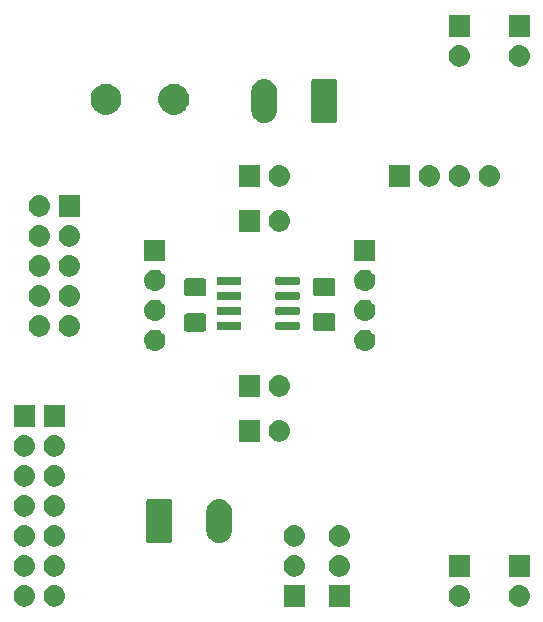
<source format=gbr>
G04 #@! TF.GenerationSoftware,KiCad,Pcbnew,(5.1.4)-1*
G04 #@! TF.CreationDate,2021-05-25T15:00:13+02:00*
G04 #@! TF.ProjectId,BCU_Breadboard_Adapter,4243555f-4272-4656-9164-626f6172645f,V00.01*
G04 #@! TF.SameCoordinates,Original*
G04 #@! TF.FileFunction,Soldermask,Top*
G04 #@! TF.FilePolarity,Negative*
%FSLAX46Y46*%
G04 Gerber Fmt 4.6, Leading zero omitted, Abs format (unit mm)*
G04 Created by KiCad (PCBNEW (5.1.4)-1) date 2021-05-25 15:00:13*
%MOMM*%
%LPD*%
G04 APERTURE LIST*
%ADD10C,0.100000*%
G04 APERTURE END LIST*
D10*
G36*
X120760443Y-128645519D02*
G01*
X120826627Y-128652037D01*
X120996466Y-128703557D01*
X121152991Y-128787222D01*
X121188729Y-128816552D01*
X121290186Y-128899814D01*
X121373448Y-129001271D01*
X121402778Y-129037009D01*
X121486443Y-129193534D01*
X121537963Y-129363373D01*
X121555359Y-129540000D01*
X121537963Y-129716627D01*
X121486443Y-129886466D01*
X121402778Y-130042991D01*
X121373448Y-130078729D01*
X121290186Y-130180186D01*
X121188729Y-130263448D01*
X121152991Y-130292778D01*
X120996466Y-130376443D01*
X120826627Y-130427963D01*
X120760443Y-130434481D01*
X120694260Y-130441000D01*
X120605740Y-130441000D01*
X120539557Y-130434481D01*
X120473373Y-130427963D01*
X120303534Y-130376443D01*
X120147009Y-130292778D01*
X120111271Y-130263448D01*
X120009814Y-130180186D01*
X119926552Y-130078729D01*
X119897222Y-130042991D01*
X119813557Y-129886466D01*
X119762037Y-129716627D01*
X119744641Y-129540000D01*
X119762037Y-129363373D01*
X119813557Y-129193534D01*
X119897222Y-129037009D01*
X119926552Y-129001271D01*
X120009814Y-128899814D01*
X120111271Y-128816552D01*
X120147009Y-128787222D01*
X120303534Y-128703557D01*
X120473373Y-128652037D01*
X120539557Y-128645519D01*
X120605740Y-128639000D01*
X120694260Y-128639000D01*
X120760443Y-128645519D01*
X120760443Y-128645519D01*
G37*
G36*
X162670443Y-128645519D02*
G01*
X162736627Y-128652037D01*
X162906466Y-128703557D01*
X163062991Y-128787222D01*
X163098729Y-128816552D01*
X163200186Y-128899814D01*
X163283448Y-129001271D01*
X163312778Y-129037009D01*
X163396443Y-129193534D01*
X163447963Y-129363373D01*
X163465359Y-129540000D01*
X163447963Y-129716627D01*
X163396443Y-129886466D01*
X163312778Y-130042991D01*
X163283448Y-130078729D01*
X163200186Y-130180186D01*
X163098729Y-130263448D01*
X163062991Y-130292778D01*
X162906466Y-130376443D01*
X162736627Y-130427963D01*
X162670443Y-130434481D01*
X162604260Y-130441000D01*
X162515740Y-130441000D01*
X162449557Y-130434481D01*
X162383373Y-130427963D01*
X162213534Y-130376443D01*
X162057009Y-130292778D01*
X162021271Y-130263448D01*
X161919814Y-130180186D01*
X161836552Y-130078729D01*
X161807222Y-130042991D01*
X161723557Y-129886466D01*
X161672037Y-129716627D01*
X161654641Y-129540000D01*
X161672037Y-129363373D01*
X161723557Y-129193534D01*
X161807222Y-129037009D01*
X161836552Y-129001271D01*
X161919814Y-128899814D01*
X162021271Y-128816552D01*
X162057009Y-128787222D01*
X162213534Y-128703557D01*
X162383373Y-128652037D01*
X162449557Y-128645519D01*
X162515740Y-128639000D01*
X162604260Y-128639000D01*
X162670443Y-128645519D01*
X162670443Y-128645519D01*
G37*
G36*
X123300443Y-128645519D02*
G01*
X123366627Y-128652037D01*
X123536466Y-128703557D01*
X123692991Y-128787222D01*
X123728729Y-128816552D01*
X123830186Y-128899814D01*
X123913448Y-129001271D01*
X123942778Y-129037009D01*
X124026443Y-129193534D01*
X124077963Y-129363373D01*
X124095359Y-129540000D01*
X124077963Y-129716627D01*
X124026443Y-129886466D01*
X123942778Y-130042991D01*
X123913448Y-130078729D01*
X123830186Y-130180186D01*
X123728729Y-130263448D01*
X123692991Y-130292778D01*
X123536466Y-130376443D01*
X123366627Y-130427963D01*
X123300443Y-130434481D01*
X123234260Y-130441000D01*
X123145740Y-130441000D01*
X123079557Y-130434481D01*
X123013373Y-130427963D01*
X122843534Y-130376443D01*
X122687009Y-130292778D01*
X122651271Y-130263448D01*
X122549814Y-130180186D01*
X122466552Y-130078729D01*
X122437222Y-130042991D01*
X122353557Y-129886466D01*
X122302037Y-129716627D01*
X122284641Y-129540000D01*
X122302037Y-129363373D01*
X122353557Y-129193534D01*
X122437222Y-129037009D01*
X122466552Y-129001271D01*
X122549814Y-128899814D01*
X122651271Y-128816552D01*
X122687009Y-128787222D01*
X122843534Y-128703557D01*
X123013373Y-128652037D01*
X123079557Y-128645519D01*
X123145740Y-128639000D01*
X123234260Y-128639000D01*
X123300443Y-128645519D01*
X123300443Y-128645519D01*
G37*
G36*
X157590443Y-128645519D02*
G01*
X157656627Y-128652037D01*
X157826466Y-128703557D01*
X157982991Y-128787222D01*
X158018729Y-128816552D01*
X158120186Y-128899814D01*
X158203448Y-129001271D01*
X158232778Y-129037009D01*
X158316443Y-129193534D01*
X158367963Y-129363373D01*
X158385359Y-129540000D01*
X158367963Y-129716627D01*
X158316443Y-129886466D01*
X158232778Y-130042991D01*
X158203448Y-130078729D01*
X158120186Y-130180186D01*
X158018729Y-130263448D01*
X157982991Y-130292778D01*
X157826466Y-130376443D01*
X157656627Y-130427963D01*
X157590443Y-130434481D01*
X157524260Y-130441000D01*
X157435740Y-130441000D01*
X157369557Y-130434481D01*
X157303373Y-130427963D01*
X157133534Y-130376443D01*
X156977009Y-130292778D01*
X156941271Y-130263448D01*
X156839814Y-130180186D01*
X156756552Y-130078729D01*
X156727222Y-130042991D01*
X156643557Y-129886466D01*
X156592037Y-129716627D01*
X156574641Y-129540000D01*
X156592037Y-129363373D01*
X156643557Y-129193534D01*
X156727222Y-129037009D01*
X156756552Y-129001271D01*
X156839814Y-128899814D01*
X156941271Y-128816552D01*
X156977009Y-128787222D01*
X157133534Y-128703557D01*
X157303373Y-128652037D01*
X157369557Y-128645519D01*
X157435740Y-128639000D01*
X157524260Y-128639000D01*
X157590443Y-128645519D01*
X157590443Y-128645519D01*
G37*
G36*
X144411000Y-130441000D02*
G01*
X142609000Y-130441000D01*
X142609000Y-128639000D01*
X144411000Y-128639000D01*
X144411000Y-130441000D01*
X144411000Y-130441000D01*
G37*
G36*
X148221000Y-130441000D02*
G01*
X146419000Y-130441000D01*
X146419000Y-128639000D01*
X148221000Y-128639000D01*
X148221000Y-130441000D01*
X148221000Y-130441000D01*
G37*
G36*
X147430443Y-126105519D02*
G01*
X147496627Y-126112037D01*
X147666466Y-126163557D01*
X147822991Y-126247222D01*
X147858729Y-126276552D01*
X147960186Y-126359814D01*
X148043448Y-126461271D01*
X148072778Y-126497009D01*
X148156443Y-126653534D01*
X148207963Y-126823373D01*
X148225359Y-127000000D01*
X148207963Y-127176627D01*
X148156443Y-127346466D01*
X148072778Y-127502991D01*
X148043448Y-127538729D01*
X147960186Y-127640186D01*
X147858729Y-127723448D01*
X147822991Y-127752778D01*
X147666466Y-127836443D01*
X147496627Y-127887963D01*
X147430442Y-127894482D01*
X147364260Y-127901000D01*
X147275740Y-127901000D01*
X147209558Y-127894482D01*
X147143373Y-127887963D01*
X146973534Y-127836443D01*
X146817009Y-127752778D01*
X146781271Y-127723448D01*
X146679814Y-127640186D01*
X146596552Y-127538729D01*
X146567222Y-127502991D01*
X146483557Y-127346466D01*
X146432037Y-127176627D01*
X146414641Y-127000000D01*
X146432037Y-126823373D01*
X146483557Y-126653534D01*
X146567222Y-126497009D01*
X146596552Y-126461271D01*
X146679814Y-126359814D01*
X146781271Y-126276552D01*
X146817009Y-126247222D01*
X146973534Y-126163557D01*
X147143373Y-126112037D01*
X147209557Y-126105519D01*
X147275740Y-126099000D01*
X147364260Y-126099000D01*
X147430443Y-126105519D01*
X147430443Y-126105519D01*
G37*
G36*
X163461000Y-127901000D02*
G01*
X161659000Y-127901000D01*
X161659000Y-126099000D01*
X163461000Y-126099000D01*
X163461000Y-127901000D01*
X163461000Y-127901000D01*
G37*
G36*
X120760443Y-126105519D02*
G01*
X120826627Y-126112037D01*
X120996466Y-126163557D01*
X121152991Y-126247222D01*
X121188729Y-126276552D01*
X121290186Y-126359814D01*
X121373448Y-126461271D01*
X121402778Y-126497009D01*
X121486443Y-126653534D01*
X121537963Y-126823373D01*
X121555359Y-127000000D01*
X121537963Y-127176627D01*
X121486443Y-127346466D01*
X121402778Y-127502991D01*
X121373448Y-127538729D01*
X121290186Y-127640186D01*
X121188729Y-127723448D01*
X121152991Y-127752778D01*
X120996466Y-127836443D01*
X120826627Y-127887963D01*
X120760442Y-127894482D01*
X120694260Y-127901000D01*
X120605740Y-127901000D01*
X120539558Y-127894482D01*
X120473373Y-127887963D01*
X120303534Y-127836443D01*
X120147009Y-127752778D01*
X120111271Y-127723448D01*
X120009814Y-127640186D01*
X119926552Y-127538729D01*
X119897222Y-127502991D01*
X119813557Y-127346466D01*
X119762037Y-127176627D01*
X119744641Y-127000000D01*
X119762037Y-126823373D01*
X119813557Y-126653534D01*
X119897222Y-126497009D01*
X119926552Y-126461271D01*
X120009814Y-126359814D01*
X120111271Y-126276552D01*
X120147009Y-126247222D01*
X120303534Y-126163557D01*
X120473373Y-126112037D01*
X120539557Y-126105519D01*
X120605740Y-126099000D01*
X120694260Y-126099000D01*
X120760443Y-126105519D01*
X120760443Y-126105519D01*
G37*
G36*
X143620443Y-126105519D02*
G01*
X143686627Y-126112037D01*
X143856466Y-126163557D01*
X144012991Y-126247222D01*
X144048729Y-126276552D01*
X144150186Y-126359814D01*
X144233448Y-126461271D01*
X144262778Y-126497009D01*
X144346443Y-126653534D01*
X144397963Y-126823373D01*
X144415359Y-127000000D01*
X144397963Y-127176627D01*
X144346443Y-127346466D01*
X144262778Y-127502991D01*
X144233448Y-127538729D01*
X144150186Y-127640186D01*
X144048729Y-127723448D01*
X144012991Y-127752778D01*
X143856466Y-127836443D01*
X143686627Y-127887963D01*
X143620442Y-127894482D01*
X143554260Y-127901000D01*
X143465740Y-127901000D01*
X143399558Y-127894482D01*
X143333373Y-127887963D01*
X143163534Y-127836443D01*
X143007009Y-127752778D01*
X142971271Y-127723448D01*
X142869814Y-127640186D01*
X142786552Y-127538729D01*
X142757222Y-127502991D01*
X142673557Y-127346466D01*
X142622037Y-127176627D01*
X142604641Y-127000000D01*
X142622037Y-126823373D01*
X142673557Y-126653534D01*
X142757222Y-126497009D01*
X142786552Y-126461271D01*
X142869814Y-126359814D01*
X142971271Y-126276552D01*
X143007009Y-126247222D01*
X143163534Y-126163557D01*
X143333373Y-126112037D01*
X143399557Y-126105519D01*
X143465740Y-126099000D01*
X143554260Y-126099000D01*
X143620443Y-126105519D01*
X143620443Y-126105519D01*
G37*
G36*
X158381000Y-127901000D02*
G01*
X156579000Y-127901000D01*
X156579000Y-126099000D01*
X158381000Y-126099000D01*
X158381000Y-127901000D01*
X158381000Y-127901000D01*
G37*
G36*
X123300443Y-126105519D02*
G01*
X123366627Y-126112037D01*
X123536466Y-126163557D01*
X123692991Y-126247222D01*
X123728729Y-126276552D01*
X123830186Y-126359814D01*
X123913448Y-126461271D01*
X123942778Y-126497009D01*
X124026443Y-126653534D01*
X124077963Y-126823373D01*
X124095359Y-127000000D01*
X124077963Y-127176627D01*
X124026443Y-127346466D01*
X123942778Y-127502991D01*
X123913448Y-127538729D01*
X123830186Y-127640186D01*
X123728729Y-127723448D01*
X123692991Y-127752778D01*
X123536466Y-127836443D01*
X123366627Y-127887963D01*
X123300442Y-127894482D01*
X123234260Y-127901000D01*
X123145740Y-127901000D01*
X123079558Y-127894482D01*
X123013373Y-127887963D01*
X122843534Y-127836443D01*
X122687009Y-127752778D01*
X122651271Y-127723448D01*
X122549814Y-127640186D01*
X122466552Y-127538729D01*
X122437222Y-127502991D01*
X122353557Y-127346466D01*
X122302037Y-127176627D01*
X122284641Y-127000000D01*
X122302037Y-126823373D01*
X122353557Y-126653534D01*
X122437222Y-126497009D01*
X122466552Y-126461271D01*
X122549814Y-126359814D01*
X122651271Y-126276552D01*
X122687009Y-126247222D01*
X122843534Y-126163557D01*
X123013373Y-126112037D01*
X123079557Y-126105519D01*
X123145740Y-126099000D01*
X123234260Y-126099000D01*
X123300443Y-126105519D01*
X123300443Y-126105519D01*
G37*
G36*
X120760442Y-123565518D02*
G01*
X120826627Y-123572037D01*
X120996466Y-123623557D01*
X121152991Y-123707222D01*
X121188729Y-123736552D01*
X121290186Y-123819814D01*
X121373448Y-123921271D01*
X121402778Y-123957009D01*
X121486443Y-124113534D01*
X121537963Y-124283373D01*
X121555359Y-124460000D01*
X121537963Y-124636627D01*
X121486443Y-124806466D01*
X121402778Y-124962991D01*
X121379324Y-124991570D01*
X121290186Y-125100186D01*
X121188729Y-125183448D01*
X121152991Y-125212778D01*
X120996466Y-125296443D01*
X120826627Y-125347963D01*
X120760442Y-125354482D01*
X120694260Y-125361000D01*
X120605740Y-125361000D01*
X120539558Y-125354482D01*
X120473373Y-125347963D01*
X120303534Y-125296443D01*
X120147009Y-125212778D01*
X120111271Y-125183448D01*
X120009814Y-125100186D01*
X119920676Y-124991570D01*
X119897222Y-124962991D01*
X119813557Y-124806466D01*
X119762037Y-124636627D01*
X119744641Y-124460000D01*
X119762037Y-124283373D01*
X119813557Y-124113534D01*
X119897222Y-123957009D01*
X119926552Y-123921271D01*
X120009814Y-123819814D01*
X120111271Y-123736552D01*
X120147009Y-123707222D01*
X120303534Y-123623557D01*
X120473373Y-123572037D01*
X120539558Y-123565518D01*
X120605740Y-123559000D01*
X120694260Y-123559000D01*
X120760442Y-123565518D01*
X120760442Y-123565518D01*
G37*
G36*
X143620442Y-123565518D02*
G01*
X143686627Y-123572037D01*
X143856466Y-123623557D01*
X144012991Y-123707222D01*
X144048729Y-123736552D01*
X144150186Y-123819814D01*
X144233448Y-123921271D01*
X144262778Y-123957009D01*
X144346443Y-124113534D01*
X144397963Y-124283373D01*
X144415359Y-124460000D01*
X144397963Y-124636627D01*
X144346443Y-124806466D01*
X144262778Y-124962991D01*
X144239324Y-124991570D01*
X144150186Y-125100186D01*
X144048729Y-125183448D01*
X144012991Y-125212778D01*
X143856466Y-125296443D01*
X143686627Y-125347963D01*
X143620442Y-125354482D01*
X143554260Y-125361000D01*
X143465740Y-125361000D01*
X143399558Y-125354482D01*
X143333373Y-125347963D01*
X143163534Y-125296443D01*
X143007009Y-125212778D01*
X142971271Y-125183448D01*
X142869814Y-125100186D01*
X142780676Y-124991570D01*
X142757222Y-124962991D01*
X142673557Y-124806466D01*
X142622037Y-124636627D01*
X142604641Y-124460000D01*
X142622037Y-124283373D01*
X142673557Y-124113534D01*
X142757222Y-123957009D01*
X142786552Y-123921271D01*
X142869814Y-123819814D01*
X142971271Y-123736552D01*
X143007009Y-123707222D01*
X143163534Y-123623557D01*
X143333373Y-123572037D01*
X143399558Y-123565518D01*
X143465740Y-123559000D01*
X143554260Y-123559000D01*
X143620442Y-123565518D01*
X143620442Y-123565518D01*
G37*
G36*
X147430442Y-123565518D02*
G01*
X147496627Y-123572037D01*
X147666466Y-123623557D01*
X147822991Y-123707222D01*
X147858729Y-123736552D01*
X147960186Y-123819814D01*
X148043448Y-123921271D01*
X148072778Y-123957009D01*
X148156443Y-124113534D01*
X148207963Y-124283373D01*
X148225359Y-124460000D01*
X148207963Y-124636627D01*
X148156443Y-124806466D01*
X148072778Y-124962991D01*
X148049324Y-124991570D01*
X147960186Y-125100186D01*
X147858729Y-125183448D01*
X147822991Y-125212778D01*
X147666466Y-125296443D01*
X147496627Y-125347963D01*
X147430442Y-125354482D01*
X147364260Y-125361000D01*
X147275740Y-125361000D01*
X147209558Y-125354482D01*
X147143373Y-125347963D01*
X146973534Y-125296443D01*
X146817009Y-125212778D01*
X146781271Y-125183448D01*
X146679814Y-125100186D01*
X146590676Y-124991570D01*
X146567222Y-124962991D01*
X146483557Y-124806466D01*
X146432037Y-124636627D01*
X146414641Y-124460000D01*
X146432037Y-124283373D01*
X146483557Y-124113534D01*
X146567222Y-123957009D01*
X146596552Y-123921271D01*
X146679814Y-123819814D01*
X146781271Y-123736552D01*
X146817009Y-123707222D01*
X146973534Y-123623557D01*
X147143373Y-123572037D01*
X147209558Y-123565518D01*
X147275740Y-123559000D01*
X147364260Y-123559000D01*
X147430442Y-123565518D01*
X147430442Y-123565518D01*
G37*
G36*
X123300442Y-123565518D02*
G01*
X123366627Y-123572037D01*
X123536466Y-123623557D01*
X123692991Y-123707222D01*
X123728729Y-123736552D01*
X123830186Y-123819814D01*
X123913448Y-123921271D01*
X123942778Y-123957009D01*
X124026443Y-124113534D01*
X124077963Y-124283373D01*
X124095359Y-124460000D01*
X124077963Y-124636627D01*
X124026443Y-124806466D01*
X123942778Y-124962991D01*
X123919324Y-124991570D01*
X123830186Y-125100186D01*
X123728729Y-125183448D01*
X123692991Y-125212778D01*
X123536466Y-125296443D01*
X123366627Y-125347963D01*
X123300442Y-125354482D01*
X123234260Y-125361000D01*
X123145740Y-125361000D01*
X123079558Y-125354482D01*
X123013373Y-125347963D01*
X122843534Y-125296443D01*
X122687009Y-125212778D01*
X122651271Y-125183448D01*
X122549814Y-125100186D01*
X122460676Y-124991570D01*
X122437222Y-124962991D01*
X122353557Y-124806466D01*
X122302037Y-124636627D01*
X122284641Y-124460000D01*
X122302037Y-124283373D01*
X122353557Y-124113534D01*
X122437222Y-123957009D01*
X122466552Y-123921271D01*
X122549814Y-123819814D01*
X122651271Y-123736552D01*
X122687009Y-123707222D01*
X122843534Y-123623557D01*
X123013373Y-123572037D01*
X123079558Y-123565518D01*
X123145740Y-123559000D01*
X123234260Y-123559000D01*
X123300442Y-123565518D01*
X123300442Y-123565518D01*
G37*
G36*
X137373870Y-121354786D02*
G01*
X137484779Y-121388430D01*
X137578999Y-121417011D01*
X137579529Y-121417172D01*
X137736165Y-121500896D01*
X137769059Y-121518478D01*
X137935186Y-121654814D01*
X138071522Y-121820941D01*
X138071525Y-121820945D01*
X138172828Y-122010470D01*
X138235214Y-122216129D01*
X138251000Y-122376409D01*
X138251000Y-124003591D01*
X138235214Y-124163871D01*
X138172828Y-124369530D01*
X138071525Y-124559055D01*
X138071523Y-124559058D01*
X138071522Y-124559059D01*
X137935186Y-124725186D01*
X137807583Y-124829906D01*
X137769055Y-124861525D01*
X137579530Y-124962828D01*
X137579527Y-124962829D01*
X137568058Y-124966308D01*
X137373871Y-125025214D01*
X137160000Y-125046278D01*
X136946130Y-125025214D01*
X136751943Y-124966308D01*
X136740474Y-124962829D01*
X136740471Y-124962828D01*
X136550946Y-124861525D01*
X136512418Y-124829906D01*
X136384815Y-124725186D01*
X136248479Y-124559059D01*
X136248478Y-124559058D01*
X136248476Y-124559055D01*
X136147171Y-124369527D01*
X136084786Y-124163874D01*
X136069000Y-124003591D01*
X136069000Y-122376410D01*
X136084786Y-122216130D01*
X136147172Y-122010471D01*
X136248477Y-121820943D01*
X136248478Y-121820941D01*
X136384814Y-121654814D01*
X136550941Y-121518478D01*
X136550942Y-121518477D01*
X136550945Y-121518475D01*
X136740470Y-121417172D01*
X136741001Y-121417011D01*
X136835220Y-121388430D01*
X136946129Y-121354786D01*
X137160000Y-121333722D01*
X137373870Y-121354786D01*
X137373870Y-121354786D01*
G37*
G36*
X133036217Y-121342808D02*
G01*
X133067489Y-121352294D01*
X133096308Y-121367698D01*
X133121570Y-121388430D01*
X133142302Y-121413692D01*
X133157706Y-121442511D01*
X133167192Y-121473783D01*
X133171000Y-121512448D01*
X133171000Y-124867552D01*
X133167192Y-124906217D01*
X133157706Y-124937489D01*
X133142302Y-124966308D01*
X133121570Y-124991570D01*
X133096308Y-125012302D01*
X133067489Y-125027706D01*
X133036217Y-125037192D01*
X132997552Y-125041000D01*
X131162448Y-125041000D01*
X131123783Y-125037192D01*
X131092511Y-125027706D01*
X131063692Y-125012302D01*
X131038430Y-124991570D01*
X131017698Y-124966308D01*
X131002294Y-124937489D01*
X130992808Y-124906217D01*
X130989000Y-124867552D01*
X130989000Y-121512448D01*
X130992808Y-121473783D01*
X131002294Y-121442511D01*
X131017698Y-121413692D01*
X131038430Y-121388430D01*
X131063692Y-121367698D01*
X131092511Y-121352294D01*
X131123783Y-121342808D01*
X131162448Y-121339000D01*
X132997552Y-121339000D01*
X133036217Y-121342808D01*
X133036217Y-121342808D01*
G37*
G36*
X123300442Y-121025518D02*
G01*
X123366627Y-121032037D01*
X123536466Y-121083557D01*
X123692991Y-121167222D01*
X123728729Y-121196552D01*
X123830186Y-121279814D01*
X123895141Y-121358963D01*
X123942778Y-121417009D01*
X124026443Y-121573534D01*
X124077963Y-121743373D01*
X124095359Y-121920000D01*
X124077963Y-122096627D01*
X124026443Y-122266466D01*
X123942778Y-122422991D01*
X123913448Y-122458729D01*
X123830186Y-122560186D01*
X123728729Y-122643448D01*
X123692991Y-122672778D01*
X123536466Y-122756443D01*
X123366627Y-122807963D01*
X123300443Y-122814481D01*
X123234260Y-122821000D01*
X123145740Y-122821000D01*
X123079557Y-122814481D01*
X123013373Y-122807963D01*
X122843534Y-122756443D01*
X122687009Y-122672778D01*
X122651271Y-122643448D01*
X122549814Y-122560186D01*
X122466552Y-122458729D01*
X122437222Y-122422991D01*
X122353557Y-122266466D01*
X122302037Y-122096627D01*
X122284641Y-121920000D01*
X122302037Y-121743373D01*
X122353557Y-121573534D01*
X122437222Y-121417009D01*
X122484859Y-121358963D01*
X122549814Y-121279814D01*
X122651271Y-121196552D01*
X122687009Y-121167222D01*
X122843534Y-121083557D01*
X123013373Y-121032037D01*
X123079558Y-121025518D01*
X123145740Y-121019000D01*
X123234260Y-121019000D01*
X123300442Y-121025518D01*
X123300442Y-121025518D01*
G37*
G36*
X120760442Y-121025518D02*
G01*
X120826627Y-121032037D01*
X120996466Y-121083557D01*
X121152991Y-121167222D01*
X121188729Y-121196552D01*
X121290186Y-121279814D01*
X121355141Y-121358963D01*
X121402778Y-121417009D01*
X121486443Y-121573534D01*
X121537963Y-121743373D01*
X121555359Y-121920000D01*
X121537963Y-122096627D01*
X121486443Y-122266466D01*
X121402778Y-122422991D01*
X121373448Y-122458729D01*
X121290186Y-122560186D01*
X121188729Y-122643448D01*
X121152991Y-122672778D01*
X120996466Y-122756443D01*
X120826627Y-122807963D01*
X120760443Y-122814481D01*
X120694260Y-122821000D01*
X120605740Y-122821000D01*
X120539557Y-122814481D01*
X120473373Y-122807963D01*
X120303534Y-122756443D01*
X120147009Y-122672778D01*
X120111271Y-122643448D01*
X120009814Y-122560186D01*
X119926552Y-122458729D01*
X119897222Y-122422991D01*
X119813557Y-122266466D01*
X119762037Y-122096627D01*
X119744641Y-121920000D01*
X119762037Y-121743373D01*
X119813557Y-121573534D01*
X119897222Y-121417009D01*
X119944859Y-121358963D01*
X120009814Y-121279814D01*
X120111271Y-121196552D01*
X120147009Y-121167222D01*
X120303534Y-121083557D01*
X120473373Y-121032037D01*
X120539558Y-121025518D01*
X120605740Y-121019000D01*
X120694260Y-121019000D01*
X120760442Y-121025518D01*
X120760442Y-121025518D01*
G37*
G36*
X123300442Y-118485518D02*
G01*
X123366627Y-118492037D01*
X123536466Y-118543557D01*
X123692991Y-118627222D01*
X123728729Y-118656552D01*
X123830186Y-118739814D01*
X123913448Y-118841271D01*
X123942778Y-118877009D01*
X124026443Y-119033534D01*
X124077963Y-119203373D01*
X124095359Y-119380000D01*
X124077963Y-119556627D01*
X124026443Y-119726466D01*
X123942778Y-119882991D01*
X123913448Y-119918729D01*
X123830186Y-120020186D01*
X123728729Y-120103448D01*
X123692991Y-120132778D01*
X123536466Y-120216443D01*
X123366627Y-120267963D01*
X123300442Y-120274482D01*
X123234260Y-120281000D01*
X123145740Y-120281000D01*
X123079558Y-120274482D01*
X123013373Y-120267963D01*
X122843534Y-120216443D01*
X122687009Y-120132778D01*
X122651271Y-120103448D01*
X122549814Y-120020186D01*
X122466552Y-119918729D01*
X122437222Y-119882991D01*
X122353557Y-119726466D01*
X122302037Y-119556627D01*
X122284641Y-119380000D01*
X122302037Y-119203373D01*
X122353557Y-119033534D01*
X122437222Y-118877009D01*
X122466552Y-118841271D01*
X122549814Y-118739814D01*
X122651271Y-118656552D01*
X122687009Y-118627222D01*
X122843534Y-118543557D01*
X123013373Y-118492037D01*
X123079558Y-118485518D01*
X123145740Y-118479000D01*
X123234260Y-118479000D01*
X123300442Y-118485518D01*
X123300442Y-118485518D01*
G37*
G36*
X120760442Y-118485518D02*
G01*
X120826627Y-118492037D01*
X120996466Y-118543557D01*
X121152991Y-118627222D01*
X121188729Y-118656552D01*
X121290186Y-118739814D01*
X121373448Y-118841271D01*
X121402778Y-118877009D01*
X121486443Y-119033534D01*
X121537963Y-119203373D01*
X121555359Y-119380000D01*
X121537963Y-119556627D01*
X121486443Y-119726466D01*
X121402778Y-119882991D01*
X121373448Y-119918729D01*
X121290186Y-120020186D01*
X121188729Y-120103448D01*
X121152991Y-120132778D01*
X120996466Y-120216443D01*
X120826627Y-120267963D01*
X120760442Y-120274482D01*
X120694260Y-120281000D01*
X120605740Y-120281000D01*
X120539558Y-120274482D01*
X120473373Y-120267963D01*
X120303534Y-120216443D01*
X120147009Y-120132778D01*
X120111271Y-120103448D01*
X120009814Y-120020186D01*
X119926552Y-119918729D01*
X119897222Y-119882991D01*
X119813557Y-119726466D01*
X119762037Y-119556627D01*
X119744641Y-119380000D01*
X119762037Y-119203373D01*
X119813557Y-119033534D01*
X119897222Y-118877009D01*
X119926552Y-118841271D01*
X120009814Y-118739814D01*
X120111271Y-118656552D01*
X120147009Y-118627222D01*
X120303534Y-118543557D01*
X120473373Y-118492037D01*
X120539558Y-118485518D01*
X120605740Y-118479000D01*
X120694260Y-118479000D01*
X120760442Y-118485518D01*
X120760442Y-118485518D01*
G37*
G36*
X123300442Y-115945518D02*
G01*
X123366627Y-115952037D01*
X123536466Y-116003557D01*
X123692991Y-116087222D01*
X123728729Y-116116552D01*
X123830186Y-116199814D01*
X123913448Y-116301271D01*
X123942778Y-116337009D01*
X124026443Y-116493534D01*
X124077963Y-116663373D01*
X124095359Y-116840000D01*
X124077963Y-117016627D01*
X124026443Y-117186466D01*
X123942778Y-117342991D01*
X123913448Y-117378729D01*
X123830186Y-117480186D01*
X123728729Y-117563448D01*
X123692991Y-117592778D01*
X123536466Y-117676443D01*
X123366627Y-117727963D01*
X123300442Y-117734482D01*
X123234260Y-117741000D01*
X123145740Y-117741000D01*
X123079558Y-117734482D01*
X123013373Y-117727963D01*
X122843534Y-117676443D01*
X122687009Y-117592778D01*
X122651271Y-117563448D01*
X122549814Y-117480186D01*
X122466552Y-117378729D01*
X122437222Y-117342991D01*
X122353557Y-117186466D01*
X122302037Y-117016627D01*
X122284641Y-116840000D01*
X122302037Y-116663373D01*
X122353557Y-116493534D01*
X122437222Y-116337009D01*
X122466552Y-116301271D01*
X122549814Y-116199814D01*
X122651271Y-116116552D01*
X122687009Y-116087222D01*
X122843534Y-116003557D01*
X123013373Y-115952037D01*
X123079558Y-115945518D01*
X123145740Y-115939000D01*
X123234260Y-115939000D01*
X123300442Y-115945518D01*
X123300442Y-115945518D01*
G37*
G36*
X120760442Y-115945518D02*
G01*
X120826627Y-115952037D01*
X120996466Y-116003557D01*
X121152991Y-116087222D01*
X121188729Y-116116552D01*
X121290186Y-116199814D01*
X121373448Y-116301271D01*
X121402778Y-116337009D01*
X121486443Y-116493534D01*
X121537963Y-116663373D01*
X121555359Y-116840000D01*
X121537963Y-117016627D01*
X121486443Y-117186466D01*
X121402778Y-117342991D01*
X121373448Y-117378729D01*
X121290186Y-117480186D01*
X121188729Y-117563448D01*
X121152991Y-117592778D01*
X120996466Y-117676443D01*
X120826627Y-117727963D01*
X120760442Y-117734482D01*
X120694260Y-117741000D01*
X120605740Y-117741000D01*
X120539558Y-117734482D01*
X120473373Y-117727963D01*
X120303534Y-117676443D01*
X120147009Y-117592778D01*
X120111271Y-117563448D01*
X120009814Y-117480186D01*
X119926552Y-117378729D01*
X119897222Y-117342991D01*
X119813557Y-117186466D01*
X119762037Y-117016627D01*
X119744641Y-116840000D01*
X119762037Y-116663373D01*
X119813557Y-116493534D01*
X119897222Y-116337009D01*
X119926552Y-116301271D01*
X120009814Y-116199814D01*
X120111271Y-116116552D01*
X120147009Y-116087222D01*
X120303534Y-116003557D01*
X120473373Y-115952037D01*
X120539558Y-115945518D01*
X120605740Y-115939000D01*
X120694260Y-115939000D01*
X120760442Y-115945518D01*
X120760442Y-115945518D01*
G37*
G36*
X142350443Y-114675519D02*
G01*
X142416627Y-114682037D01*
X142586466Y-114733557D01*
X142742991Y-114817222D01*
X142778729Y-114846552D01*
X142880186Y-114929814D01*
X142963448Y-115031271D01*
X142992778Y-115067009D01*
X143076443Y-115223534D01*
X143127963Y-115393373D01*
X143145359Y-115570000D01*
X143127963Y-115746627D01*
X143076443Y-115916466D01*
X142992778Y-116072991D01*
X142963448Y-116108729D01*
X142880186Y-116210186D01*
X142778729Y-116293448D01*
X142742991Y-116322778D01*
X142586466Y-116406443D01*
X142416627Y-116457963D01*
X142350442Y-116464482D01*
X142284260Y-116471000D01*
X142195740Y-116471000D01*
X142129558Y-116464482D01*
X142063373Y-116457963D01*
X141893534Y-116406443D01*
X141737009Y-116322778D01*
X141701271Y-116293448D01*
X141599814Y-116210186D01*
X141516552Y-116108729D01*
X141487222Y-116072991D01*
X141403557Y-115916466D01*
X141352037Y-115746627D01*
X141334641Y-115570000D01*
X141352037Y-115393373D01*
X141403557Y-115223534D01*
X141487222Y-115067009D01*
X141516552Y-115031271D01*
X141599814Y-114929814D01*
X141701271Y-114846552D01*
X141737009Y-114817222D01*
X141893534Y-114733557D01*
X142063373Y-114682037D01*
X142129557Y-114675519D01*
X142195740Y-114669000D01*
X142284260Y-114669000D01*
X142350443Y-114675519D01*
X142350443Y-114675519D01*
G37*
G36*
X140601000Y-116471000D02*
G01*
X138799000Y-116471000D01*
X138799000Y-114669000D01*
X140601000Y-114669000D01*
X140601000Y-116471000D01*
X140601000Y-116471000D01*
G37*
G36*
X121551000Y-115201000D02*
G01*
X119749000Y-115201000D01*
X119749000Y-113399000D01*
X121551000Y-113399000D01*
X121551000Y-115201000D01*
X121551000Y-115201000D01*
G37*
G36*
X124091000Y-115201000D02*
G01*
X122289000Y-115201000D01*
X122289000Y-113399000D01*
X124091000Y-113399000D01*
X124091000Y-115201000D01*
X124091000Y-115201000D01*
G37*
G36*
X142350442Y-110865518D02*
G01*
X142416627Y-110872037D01*
X142586466Y-110923557D01*
X142742991Y-111007222D01*
X142778729Y-111036552D01*
X142880186Y-111119814D01*
X142963448Y-111221271D01*
X142992778Y-111257009D01*
X143076443Y-111413534D01*
X143127963Y-111583373D01*
X143145359Y-111760000D01*
X143127963Y-111936627D01*
X143076443Y-112106466D01*
X142992778Y-112262991D01*
X142963448Y-112298729D01*
X142880186Y-112400186D01*
X142778729Y-112483448D01*
X142742991Y-112512778D01*
X142586466Y-112596443D01*
X142416627Y-112647963D01*
X142350442Y-112654482D01*
X142284260Y-112661000D01*
X142195740Y-112661000D01*
X142129558Y-112654482D01*
X142063373Y-112647963D01*
X141893534Y-112596443D01*
X141737009Y-112512778D01*
X141701271Y-112483448D01*
X141599814Y-112400186D01*
X141516552Y-112298729D01*
X141487222Y-112262991D01*
X141403557Y-112106466D01*
X141352037Y-111936627D01*
X141334641Y-111760000D01*
X141352037Y-111583373D01*
X141403557Y-111413534D01*
X141487222Y-111257009D01*
X141516552Y-111221271D01*
X141599814Y-111119814D01*
X141701271Y-111036552D01*
X141737009Y-111007222D01*
X141893534Y-110923557D01*
X142063373Y-110872037D01*
X142129558Y-110865518D01*
X142195740Y-110859000D01*
X142284260Y-110859000D01*
X142350442Y-110865518D01*
X142350442Y-110865518D01*
G37*
G36*
X140601000Y-112661000D02*
G01*
X138799000Y-112661000D01*
X138799000Y-110859000D01*
X140601000Y-110859000D01*
X140601000Y-112661000D01*
X140601000Y-112661000D01*
G37*
G36*
X131804363Y-106997099D02*
G01*
X131870547Y-107003617D01*
X132040386Y-107055137D01*
X132196911Y-107138802D01*
X132214211Y-107153000D01*
X132334106Y-107251394D01*
X132390560Y-107320185D01*
X132446698Y-107388589D01*
X132530363Y-107545114D01*
X132581883Y-107714953D01*
X132599279Y-107891580D01*
X132581883Y-108068207D01*
X132530363Y-108238046D01*
X132446698Y-108394571D01*
X132417368Y-108430309D01*
X132334106Y-108531766D01*
X132232649Y-108615028D01*
X132196911Y-108644358D01*
X132040386Y-108728023D01*
X131870547Y-108779543D01*
X131804363Y-108786061D01*
X131738180Y-108792580D01*
X131649660Y-108792580D01*
X131583477Y-108786061D01*
X131517293Y-108779543D01*
X131347454Y-108728023D01*
X131190929Y-108644358D01*
X131155191Y-108615028D01*
X131053734Y-108531766D01*
X130970472Y-108430309D01*
X130941142Y-108394571D01*
X130857477Y-108238046D01*
X130805957Y-108068207D01*
X130788561Y-107891580D01*
X130805957Y-107714953D01*
X130857477Y-107545114D01*
X130941142Y-107388589D01*
X130997280Y-107320185D01*
X131053734Y-107251394D01*
X131173629Y-107153000D01*
X131190929Y-107138802D01*
X131347454Y-107055137D01*
X131517293Y-107003617D01*
X131583477Y-106997099D01*
X131649660Y-106990580D01*
X131738180Y-106990580D01*
X131804363Y-106997099D01*
X131804363Y-106997099D01*
G37*
G36*
X149584363Y-106997099D02*
G01*
X149650547Y-107003617D01*
X149820386Y-107055137D01*
X149976911Y-107138802D01*
X149994211Y-107153000D01*
X150114106Y-107251394D01*
X150170560Y-107320185D01*
X150226698Y-107388589D01*
X150310363Y-107545114D01*
X150361883Y-107714953D01*
X150379279Y-107891580D01*
X150361883Y-108068207D01*
X150310363Y-108238046D01*
X150226698Y-108394571D01*
X150197368Y-108430309D01*
X150114106Y-108531766D01*
X150012649Y-108615028D01*
X149976911Y-108644358D01*
X149820386Y-108728023D01*
X149650547Y-108779543D01*
X149584363Y-108786061D01*
X149518180Y-108792580D01*
X149429660Y-108792580D01*
X149363477Y-108786061D01*
X149297293Y-108779543D01*
X149127454Y-108728023D01*
X148970929Y-108644358D01*
X148935191Y-108615028D01*
X148833734Y-108531766D01*
X148750472Y-108430309D01*
X148721142Y-108394571D01*
X148637477Y-108238046D01*
X148585957Y-108068207D01*
X148568561Y-107891580D01*
X148585957Y-107714953D01*
X148637477Y-107545114D01*
X148721142Y-107388589D01*
X148777280Y-107320185D01*
X148833734Y-107251394D01*
X148953629Y-107153000D01*
X148970929Y-107138802D01*
X149127454Y-107055137D01*
X149297293Y-107003617D01*
X149363477Y-106997099D01*
X149429660Y-106990580D01*
X149518180Y-106990580D01*
X149584363Y-106997099D01*
X149584363Y-106997099D01*
G37*
G36*
X124570443Y-105785519D02*
G01*
X124636627Y-105792037D01*
X124806466Y-105843557D01*
X124962991Y-105927222D01*
X124998729Y-105956552D01*
X125100186Y-106039814D01*
X125183448Y-106141271D01*
X125212778Y-106177009D01*
X125296443Y-106333534D01*
X125347963Y-106503373D01*
X125365359Y-106680000D01*
X125347963Y-106856627D01*
X125296443Y-107026466D01*
X125212778Y-107182991D01*
X125183448Y-107218729D01*
X125100186Y-107320186D01*
X125016835Y-107388589D01*
X124962991Y-107432778D01*
X124806466Y-107516443D01*
X124636627Y-107567963D01*
X124570443Y-107574481D01*
X124504260Y-107581000D01*
X124415740Y-107581000D01*
X124349557Y-107574481D01*
X124283373Y-107567963D01*
X124113534Y-107516443D01*
X123957009Y-107432778D01*
X123903165Y-107388589D01*
X123819814Y-107320186D01*
X123736552Y-107218729D01*
X123707222Y-107182991D01*
X123623557Y-107026466D01*
X123572037Y-106856627D01*
X123554641Y-106680000D01*
X123572037Y-106503373D01*
X123623557Y-106333534D01*
X123707222Y-106177009D01*
X123736552Y-106141271D01*
X123819814Y-106039814D01*
X123921271Y-105956552D01*
X123957009Y-105927222D01*
X124113534Y-105843557D01*
X124283373Y-105792037D01*
X124349557Y-105785519D01*
X124415740Y-105779000D01*
X124504260Y-105779000D01*
X124570443Y-105785519D01*
X124570443Y-105785519D01*
G37*
G36*
X122030443Y-105785519D02*
G01*
X122096627Y-105792037D01*
X122266466Y-105843557D01*
X122422991Y-105927222D01*
X122458729Y-105956552D01*
X122560186Y-106039814D01*
X122643448Y-106141271D01*
X122672778Y-106177009D01*
X122756443Y-106333534D01*
X122807963Y-106503373D01*
X122825359Y-106680000D01*
X122807963Y-106856627D01*
X122756443Y-107026466D01*
X122672778Y-107182991D01*
X122643448Y-107218729D01*
X122560186Y-107320186D01*
X122476835Y-107388589D01*
X122422991Y-107432778D01*
X122266466Y-107516443D01*
X122096627Y-107567963D01*
X122030443Y-107574481D01*
X121964260Y-107581000D01*
X121875740Y-107581000D01*
X121809557Y-107574481D01*
X121743373Y-107567963D01*
X121573534Y-107516443D01*
X121417009Y-107432778D01*
X121363165Y-107388589D01*
X121279814Y-107320186D01*
X121196552Y-107218729D01*
X121167222Y-107182991D01*
X121083557Y-107026466D01*
X121032037Y-106856627D01*
X121014641Y-106680000D01*
X121032037Y-106503373D01*
X121083557Y-106333534D01*
X121167222Y-106177009D01*
X121196552Y-106141271D01*
X121279814Y-106039814D01*
X121381271Y-105956552D01*
X121417009Y-105927222D01*
X121573534Y-105843557D01*
X121743373Y-105792037D01*
X121809557Y-105785519D01*
X121875740Y-105779000D01*
X121964260Y-105779000D01*
X122030443Y-105785519D01*
X122030443Y-105785519D01*
G37*
G36*
X135903562Y-105630181D02*
G01*
X135938481Y-105640774D01*
X135970663Y-105657976D01*
X135998873Y-105681127D01*
X136022024Y-105709337D01*
X136039226Y-105741519D01*
X136049819Y-105776438D01*
X136054000Y-105818895D01*
X136054000Y-106960105D01*
X136049819Y-107002562D01*
X136039226Y-107037481D01*
X136022024Y-107069663D01*
X135998873Y-107097873D01*
X135970663Y-107121024D01*
X135938481Y-107138226D01*
X135903562Y-107148819D01*
X135861105Y-107153000D01*
X134394895Y-107153000D01*
X134352438Y-107148819D01*
X134317519Y-107138226D01*
X134285337Y-107121024D01*
X134257127Y-107097873D01*
X134233976Y-107069663D01*
X134216774Y-107037481D01*
X134206181Y-107002562D01*
X134202000Y-106960105D01*
X134202000Y-105818895D01*
X134206181Y-105776438D01*
X134216774Y-105741519D01*
X134233976Y-105709337D01*
X134257127Y-105681127D01*
X134285337Y-105657976D01*
X134317519Y-105640774D01*
X134352438Y-105630181D01*
X134394895Y-105626000D01*
X135861105Y-105626000D01*
X135903562Y-105630181D01*
X135903562Y-105630181D01*
G37*
G36*
X146825562Y-105593681D02*
G01*
X146860481Y-105604274D01*
X146892663Y-105621476D01*
X146920873Y-105644627D01*
X146944024Y-105672837D01*
X146961226Y-105705019D01*
X146971819Y-105739938D01*
X146976000Y-105782395D01*
X146976000Y-106923605D01*
X146971819Y-106966062D01*
X146961226Y-107000981D01*
X146944024Y-107033163D01*
X146920873Y-107061373D01*
X146892663Y-107084524D01*
X146860481Y-107101726D01*
X146825562Y-107112319D01*
X146783105Y-107116500D01*
X145316895Y-107116500D01*
X145274438Y-107112319D01*
X145239519Y-107101726D01*
X145207337Y-107084524D01*
X145179127Y-107061373D01*
X145155976Y-107033163D01*
X145138774Y-107000981D01*
X145128181Y-106966062D01*
X145124000Y-106923605D01*
X145124000Y-105782395D01*
X145128181Y-105739938D01*
X145138774Y-105705019D01*
X145155976Y-105672837D01*
X145179127Y-105644627D01*
X145207337Y-105621476D01*
X145239519Y-105604274D01*
X145274438Y-105593681D01*
X145316895Y-105589500D01*
X146783105Y-105589500D01*
X146825562Y-105593681D01*
X146825562Y-105593681D01*
G37*
G36*
X138921928Y-106331764D02*
G01*
X138943009Y-106338160D01*
X138962445Y-106348548D01*
X138979476Y-106362524D01*
X138993452Y-106379555D01*
X139003840Y-106398991D01*
X139010236Y-106420072D01*
X139013000Y-106448140D01*
X139013000Y-106911860D01*
X139010236Y-106939928D01*
X139003840Y-106961009D01*
X138993452Y-106980445D01*
X138979476Y-106997476D01*
X138962445Y-107011452D01*
X138943009Y-107021840D01*
X138921928Y-107028236D01*
X138893860Y-107031000D01*
X137080140Y-107031000D01*
X137052072Y-107028236D01*
X137030991Y-107021840D01*
X137011555Y-107011452D01*
X136994524Y-106997476D01*
X136980548Y-106980445D01*
X136970160Y-106961009D01*
X136963764Y-106939928D01*
X136961000Y-106911860D01*
X136961000Y-106448140D01*
X136963764Y-106420072D01*
X136970160Y-106398991D01*
X136980548Y-106379555D01*
X136994524Y-106362524D01*
X137011555Y-106348548D01*
X137030991Y-106338160D01*
X137052072Y-106331764D01*
X137080140Y-106329000D01*
X138893860Y-106329000D01*
X138921928Y-106331764D01*
X138921928Y-106331764D01*
G37*
G36*
X143871928Y-106331764D02*
G01*
X143893009Y-106338160D01*
X143912445Y-106348548D01*
X143929476Y-106362524D01*
X143943452Y-106379555D01*
X143953840Y-106398991D01*
X143960236Y-106420072D01*
X143963000Y-106448140D01*
X143963000Y-106911860D01*
X143960236Y-106939928D01*
X143953840Y-106961009D01*
X143943452Y-106980445D01*
X143929476Y-106997476D01*
X143912445Y-107011452D01*
X143893009Y-107021840D01*
X143871928Y-107028236D01*
X143843860Y-107031000D01*
X142030140Y-107031000D01*
X142002072Y-107028236D01*
X141980991Y-107021840D01*
X141961555Y-107011452D01*
X141944524Y-106997476D01*
X141930548Y-106980445D01*
X141920160Y-106961009D01*
X141913764Y-106939928D01*
X141911000Y-106911860D01*
X141911000Y-106448140D01*
X141913764Y-106420072D01*
X141920160Y-106398991D01*
X141930548Y-106379555D01*
X141944524Y-106362524D01*
X141961555Y-106348548D01*
X141980991Y-106338160D01*
X142002072Y-106331764D01*
X142030140Y-106329000D01*
X143843860Y-106329000D01*
X143871928Y-106331764D01*
X143871928Y-106331764D01*
G37*
G36*
X149584363Y-104457099D02*
G01*
X149650547Y-104463617D01*
X149820386Y-104515137D01*
X149976911Y-104598802D01*
X150012649Y-104628132D01*
X150114106Y-104711394D01*
X150170560Y-104780185D01*
X150226698Y-104848589D01*
X150310363Y-105005114D01*
X150361883Y-105174953D01*
X150379279Y-105351580D01*
X150361883Y-105528207D01*
X150310363Y-105698046D01*
X150310362Y-105698048D01*
X150278516Y-105757628D01*
X150226698Y-105854571D01*
X150224380Y-105857395D01*
X150114106Y-105991766D01*
X150012649Y-106075028D01*
X149976911Y-106104358D01*
X149820386Y-106188023D01*
X149650547Y-106239543D01*
X149584363Y-106246061D01*
X149518180Y-106252580D01*
X149429660Y-106252580D01*
X149363477Y-106246061D01*
X149297293Y-106239543D01*
X149127454Y-106188023D01*
X148970929Y-106104358D01*
X148935191Y-106075028D01*
X148833734Y-105991766D01*
X148723460Y-105857395D01*
X148721142Y-105854571D01*
X148669324Y-105757628D01*
X148637478Y-105698048D01*
X148637477Y-105698046D01*
X148585957Y-105528207D01*
X148568561Y-105351580D01*
X148585957Y-105174953D01*
X148637477Y-105005114D01*
X148721142Y-104848589D01*
X148777280Y-104780185D01*
X148833734Y-104711394D01*
X148935191Y-104628132D01*
X148970929Y-104598802D01*
X149127454Y-104515137D01*
X149297293Y-104463617D01*
X149363477Y-104457099D01*
X149429660Y-104450580D01*
X149518180Y-104450580D01*
X149584363Y-104457099D01*
X149584363Y-104457099D01*
G37*
G36*
X131804363Y-104457099D02*
G01*
X131870547Y-104463617D01*
X132040386Y-104515137D01*
X132196911Y-104598802D01*
X132232649Y-104628132D01*
X132334106Y-104711394D01*
X132390560Y-104780185D01*
X132446698Y-104848589D01*
X132530363Y-105005114D01*
X132581883Y-105174953D01*
X132599279Y-105351580D01*
X132581883Y-105528207D01*
X132530363Y-105698046D01*
X132530362Y-105698048D01*
X132498516Y-105757628D01*
X132446698Y-105854571D01*
X132444380Y-105857395D01*
X132334106Y-105991766D01*
X132232649Y-106075028D01*
X132196911Y-106104358D01*
X132040386Y-106188023D01*
X131870547Y-106239543D01*
X131804363Y-106246061D01*
X131738180Y-106252580D01*
X131649660Y-106252580D01*
X131583477Y-106246061D01*
X131517293Y-106239543D01*
X131347454Y-106188023D01*
X131190929Y-106104358D01*
X131155191Y-106075028D01*
X131053734Y-105991766D01*
X130943460Y-105857395D01*
X130941142Y-105854571D01*
X130889324Y-105757628D01*
X130857478Y-105698048D01*
X130857477Y-105698046D01*
X130805957Y-105528207D01*
X130788561Y-105351580D01*
X130805957Y-105174953D01*
X130857477Y-105005114D01*
X130941142Y-104848589D01*
X130997280Y-104780185D01*
X131053734Y-104711394D01*
X131155191Y-104628132D01*
X131190929Y-104598802D01*
X131347454Y-104515137D01*
X131517293Y-104463617D01*
X131583477Y-104457099D01*
X131649660Y-104450580D01*
X131738180Y-104450580D01*
X131804363Y-104457099D01*
X131804363Y-104457099D01*
G37*
G36*
X143871928Y-105061764D02*
G01*
X143893009Y-105068160D01*
X143912445Y-105078548D01*
X143929476Y-105092524D01*
X143943452Y-105109555D01*
X143953840Y-105128991D01*
X143960236Y-105150072D01*
X143963000Y-105178140D01*
X143963000Y-105641860D01*
X143960236Y-105669928D01*
X143953840Y-105691009D01*
X143943452Y-105710445D01*
X143929476Y-105727476D01*
X143912445Y-105741452D01*
X143893009Y-105751840D01*
X143871928Y-105758236D01*
X143843860Y-105761000D01*
X142030140Y-105761000D01*
X142002072Y-105758236D01*
X141980991Y-105751840D01*
X141961555Y-105741452D01*
X141944524Y-105727476D01*
X141930548Y-105710445D01*
X141920160Y-105691009D01*
X141913764Y-105669928D01*
X141911000Y-105641860D01*
X141911000Y-105178140D01*
X141913764Y-105150072D01*
X141920160Y-105128991D01*
X141930548Y-105109555D01*
X141944524Y-105092524D01*
X141961555Y-105078548D01*
X141980991Y-105068160D01*
X142002072Y-105061764D01*
X142030140Y-105059000D01*
X143843860Y-105059000D01*
X143871928Y-105061764D01*
X143871928Y-105061764D01*
G37*
G36*
X138921928Y-105061764D02*
G01*
X138943009Y-105068160D01*
X138962445Y-105078548D01*
X138979476Y-105092524D01*
X138993452Y-105109555D01*
X139003840Y-105128991D01*
X139010236Y-105150072D01*
X139013000Y-105178140D01*
X139013000Y-105641860D01*
X139010236Y-105669928D01*
X139003840Y-105691009D01*
X138993452Y-105710445D01*
X138979476Y-105727476D01*
X138962445Y-105741452D01*
X138943009Y-105751840D01*
X138921928Y-105758236D01*
X138893860Y-105761000D01*
X137080140Y-105761000D01*
X137052072Y-105758236D01*
X137030991Y-105751840D01*
X137011555Y-105741452D01*
X136994524Y-105727476D01*
X136980548Y-105710445D01*
X136970160Y-105691009D01*
X136963764Y-105669928D01*
X136961000Y-105641860D01*
X136961000Y-105178140D01*
X136963764Y-105150072D01*
X136970160Y-105128991D01*
X136980548Y-105109555D01*
X136994524Y-105092524D01*
X137011555Y-105078548D01*
X137030991Y-105068160D01*
X137052072Y-105061764D01*
X137080140Y-105059000D01*
X138893860Y-105059000D01*
X138921928Y-105061764D01*
X138921928Y-105061764D01*
G37*
G36*
X124570443Y-103245519D02*
G01*
X124636627Y-103252037D01*
X124806466Y-103303557D01*
X124962991Y-103387222D01*
X124998729Y-103416552D01*
X125100186Y-103499814D01*
X125183448Y-103601271D01*
X125212778Y-103637009D01*
X125296443Y-103793534D01*
X125347963Y-103963373D01*
X125365359Y-104140000D01*
X125347963Y-104316627D01*
X125296443Y-104486466D01*
X125212778Y-104642991D01*
X125183448Y-104678729D01*
X125100186Y-104780186D01*
X125016835Y-104848589D01*
X124962991Y-104892778D01*
X124806466Y-104976443D01*
X124636627Y-105027963D01*
X124570442Y-105034482D01*
X124504260Y-105041000D01*
X124415740Y-105041000D01*
X124349557Y-105034481D01*
X124283373Y-105027963D01*
X124113534Y-104976443D01*
X123957009Y-104892778D01*
X123903165Y-104848589D01*
X123819814Y-104780186D01*
X123736552Y-104678729D01*
X123707222Y-104642991D01*
X123623557Y-104486466D01*
X123572037Y-104316627D01*
X123554641Y-104140000D01*
X123572037Y-103963373D01*
X123623557Y-103793534D01*
X123707222Y-103637009D01*
X123736552Y-103601271D01*
X123819814Y-103499814D01*
X123921271Y-103416552D01*
X123957009Y-103387222D01*
X124113534Y-103303557D01*
X124283373Y-103252037D01*
X124349558Y-103245518D01*
X124415740Y-103239000D01*
X124504260Y-103239000D01*
X124570443Y-103245519D01*
X124570443Y-103245519D01*
G37*
G36*
X122030443Y-103245519D02*
G01*
X122096627Y-103252037D01*
X122266466Y-103303557D01*
X122422991Y-103387222D01*
X122458729Y-103416552D01*
X122560186Y-103499814D01*
X122643448Y-103601271D01*
X122672778Y-103637009D01*
X122756443Y-103793534D01*
X122807963Y-103963373D01*
X122825359Y-104140000D01*
X122807963Y-104316627D01*
X122756443Y-104486466D01*
X122672778Y-104642991D01*
X122643448Y-104678729D01*
X122560186Y-104780186D01*
X122476835Y-104848589D01*
X122422991Y-104892778D01*
X122266466Y-104976443D01*
X122096627Y-105027963D01*
X122030442Y-105034482D01*
X121964260Y-105041000D01*
X121875740Y-105041000D01*
X121809557Y-105034481D01*
X121743373Y-105027963D01*
X121573534Y-104976443D01*
X121417009Y-104892778D01*
X121363165Y-104848589D01*
X121279814Y-104780186D01*
X121196552Y-104678729D01*
X121167222Y-104642991D01*
X121083557Y-104486466D01*
X121032037Y-104316627D01*
X121014641Y-104140000D01*
X121032037Y-103963373D01*
X121083557Y-103793534D01*
X121167222Y-103637009D01*
X121196552Y-103601271D01*
X121279814Y-103499814D01*
X121381271Y-103416552D01*
X121417009Y-103387222D01*
X121573534Y-103303557D01*
X121743373Y-103252037D01*
X121809558Y-103245518D01*
X121875740Y-103239000D01*
X121964260Y-103239000D01*
X122030443Y-103245519D01*
X122030443Y-103245519D01*
G37*
G36*
X138921928Y-103791764D02*
G01*
X138943009Y-103798160D01*
X138962445Y-103808548D01*
X138979476Y-103822524D01*
X138993452Y-103839555D01*
X139003840Y-103858991D01*
X139010236Y-103880072D01*
X139013000Y-103908140D01*
X139013000Y-104371860D01*
X139010236Y-104399928D01*
X139003840Y-104421009D01*
X138993452Y-104440445D01*
X138979476Y-104457476D01*
X138962445Y-104471452D01*
X138943009Y-104481840D01*
X138921928Y-104488236D01*
X138893860Y-104491000D01*
X137080140Y-104491000D01*
X137052072Y-104488236D01*
X137030991Y-104481840D01*
X137011555Y-104471452D01*
X136994524Y-104457476D01*
X136980548Y-104440445D01*
X136970160Y-104421009D01*
X136963764Y-104399928D01*
X136961000Y-104371860D01*
X136961000Y-103908140D01*
X136963764Y-103880072D01*
X136970160Y-103858991D01*
X136980548Y-103839555D01*
X136994524Y-103822524D01*
X137011555Y-103808548D01*
X137030991Y-103798160D01*
X137052072Y-103791764D01*
X137080140Y-103789000D01*
X138893860Y-103789000D01*
X138921928Y-103791764D01*
X138921928Y-103791764D01*
G37*
G36*
X143871928Y-103791764D02*
G01*
X143893009Y-103798160D01*
X143912445Y-103808548D01*
X143929476Y-103822524D01*
X143943452Y-103839555D01*
X143953840Y-103858991D01*
X143960236Y-103880072D01*
X143963000Y-103908140D01*
X143963000Y-104371860D01*
X143960236Y-104399928D01*
X143953840Y-104421009D01*
X143943452Y-104440445D01*
X143929476Y-104457476D01*
X143912445Y-104471452D01*
X143893009Y-104481840D01*
X143871928Y-104488236D01*
X143843860Y-104491000D01*
X142030140Y-104491000D01*
X142002072Y-104488236D01*
X141980991Y-104481840D01*
X141961555Y-104471452D01*
X141944524Y-104457476D01*
X141930548Y-104440445D01*
X141920160Y-104421009D01*
X141913764Y-104399928D01*
X141911000Y-104371860D01*
X141911000Y-103908140D01*
X141913764Y-103880072D01*
X141920160Y-103858991D01*
X141930548Y-103839555D01*
X141944524Y-103822524D01*
X141961555Y-103808548D01*
X141980991Y-103798160D01*
X142002072Y-103791764D01*
X142030140Y-103789000D01*
X143843860Y-103789000D01*
X143871928Y-103791764D01*
X143871928Y-103791764D01*
G37*
G36*
X135903562Y-102655181D02*
G01*
X135938481Y-102665774D01*
X135970663Y-102682976D01*
X135998873Y-102706127D01*
X136022024Y-102734337D01*
X136039226Y-102766519D01*
X136049819Y-102801438D01*
X136054000Y-102843895D01*
X136054000Y-103985105D01*
X136049819Y-104027562D01*
X136039226Y-104062481D01*
X136022024Y-104094663D01*
X135998873Y-104122873D01*
X135970663Y-104146024D01*
X135938481Y-104163226D01*
X135903562Y-104173819D01*
X135861105Y-104178000D01*
X134394895Y-104178000D01*
X134352438Y-104173819D01*
X134317519Y-104163226D01*
X134285337Y-104146024D01*
X134257127Y-104122873D01*
X134233976Y-104094663D01*
X134216774Y-104062481D01*
X134206181Y-104027562D01*
X134202000Y-103985105D01*
X134202000Y-102843895D01*
X134206181Y-102801438D01*
X134216774Y-102766519D01*
X134233976Y-102734337D01*
X134257127Y-102706127D01*
X134285337Y-102682976D01*
X134317519Y-102665774D01*
X134352438Y-102655181D01*
X134394895Y-102651000D01*
X135861105Y-102651000D01*
X135903562Y-102655181D01*
X135903562Y-102655181D01*
G37*
G36*
X146825562Y-102618681D02*
G01*
X146860481Y-102629274D01*
X146892663Y-102646476D01*
X146920873Y-102669627D01*
X146944024Y-102697837D01*
X146961226Y-102730019D01*
X146971819Y-102764938D01*
X146976000Y-102807395D01*
X146976000Y-103948605D01*
X146971819Y-103991062D01*
X146961226Y-104025981D01*
X146944024Y-104058163D01*
X146920873Y-104086373D01*
X146892663Y-104109524D01*
X146860481Y-104126726D01*
X146825562Y-104137319D01*
X146783105Y-104141500D01*
X145316895Y-104141500D01*
X145274438Y-104137319D01*
X145239519Y-104126726D01*
X145207337Y-104109524D01*
X145179127Y-104086373D01*
X145155976Y-104058163D01*
X145138774Y-104025981D01*
X145128181Y-103991062D01*
X145124000Y-103948605D01*
X145124000Y-102807395D01*
X145128181Y-102764938D01*
X145138774Y-102730019D01*
X145155976Y-102697837D01*
X145179127Y-102669627D01*
X145207337Y-102646476D01*
X145239519Y-102629274D01*
X145274438Y-102618681D01*
X145316895Y-102614500D01*
X146783105Y-102614500D01*
X146825562Y-102618681D01*
X146825562Y-102618681D01*
G37*
G36*
X149584362Y-101917098D02*
G01*
X149650547Y-101923617D01*
X149820386Y-101975137D01*
X149976911Y-102058802D01*
X150012649Y-102088132D01*
X150114106Y-102171394D01*
X150170560Y-102240185D01*
X150226698Y-102308589D01*
X150310363Y-102465114D01*
X150361883Y-102634953D01*
X150379279Y-102811580D01*
X150361883Y-102988207D01*
X150310363Y-103158046D01*
X150310362Y-103158048D01*
X150287162Y-103201452D01*
X150226698Y-103314571D01*
X150197368Y-103350309D01*
X150114106Y-103451766D01*
X150012649Y-103535028D01*
X149976911Y-103564358D01*
X149820386Y-103648023D01*
X149650547Y-103699543D01*
X149584363Y-103706061D01*
X149518180Y-103712580D01*
X149429660Y-103712580D01*
X149363477Y-103706061D01*
X149297293Y-103699543D01*
X149127454Y-103648023D01*
X148970929Y-103564358D01*
X148935191Y-103535028D01*
X148833734Y-103451766D01*
X148750472Y-103350309D01*
X148721142Y-103314571D01*
X148660678Y-103201452D01*
X148637478Y-103158048D01*
X148637477Y-103158046D01*
X148585957Y-102988207D01*
X148568561Y-102811580D01*
X148585957Y-102634953D01*
X148637477Y-102465114D01*
X148721142Y-102308589D01*
X148777280Y-102240185D01*
X148833734Y-102171394D01*
X148935191Y-102088132D01*
X148970929Y-102058802D01*
X149127454Y-101975137D01*
X149297293Y-101923617D01*
X149363478Y-101917098D01*
X149429660Y-101910580D01*
X149518180Y-101910580D01*
X149584362Y-101917098D01*
X149584362Y-101917098D01*
G37*
G36*
X131804362Y-101917098D02*
G01*
X131870547Y-101923617D01*
X132040386Y-101975137D01*
X132196911Y-102058802D01*
X132232649Y-102088132D01*
X132334106Y-102171394D01*
X132390560Y-102240185D01*
X132446698Y-102308589D01*
X132530363Y-102465114D01*
X132581883Y-102634953D01*
X132599279Y-102811580D01*
X132581883Y-102988207D01*
X132530363Y-103158046D01*
X132530362Y-103158048D01*
X132507162Y-103201452D01*
X132446698Y-103314571D01*
X132417368Y-103350309D01*
X132334106Y-103451766D01*
X132232649Y-103535028D01*
X132196911Y-103564358D01*
X132040386Y-103648023D01*
X131870547Y-103699543D01*
X131804363Y-103706061D01*
X131738180Y-103712580D01*
X131649660Y-103712580D01*
X131583477Y-103706061D01*
X131517293Y-103699543D01*
X131347454Y-103648023D01*
X131190929Y-103564358D01*
X131155191Y-103535028D01*
X131053734Y-103451766D01*
X130970472Y-103350309D01*
X130941142Y-103314571D01*
X130880678Y-103201452D01*
X130857478Y-103158048D01*
X130857477Y-103158046D01*
X130805957Y-102988207D01*
X130788561Y-102811580D01*
X130805957Y-102634953D01*
X130857477Y-102465114D01*
X130941142Y-102308589D01*
X130997280Y-102240185D01*
X131053734Y-102171394D01*
X131155191Y-102088132D01*
X131190929Y-102058802D01*
X131347454Y-101975137D01*
X131517293Y-101923617D01*
X131583478Y-101917098D01*
X131649660Y-101910580D01*
X131738180Y-101910580D01*
X131804362Y-101917098D01*
X131804362Y-101917098D01*
G37*
G36*
X138921928Y-102521764D02*
G01*
X138943009Y-102528160D01*
X138962445Y-102538548D01*
X138979476Y-102552524D01*
X138993452Y-102569555D01*
X139003840Y-102588991D01*
X139010236Y-102610072D01*
X139013000Y-102638140D01*
X139013000Y-103101860D01*
X139010236Y-103129928D01*
X139003840Y-103151009D01*
X138993452Y-103170445D01*
X138979476Y-103187476D01*
X138962445Y-103201452D01*
X138943009Y-103211840D01*
X138921928Y-103218236D01*
X138893860Y-103221000D01*
X137080140Y-103221000D01*
X137052072Y-103218236D01*
X137030991Y-103211840D01*
X137011555Y-103201452D01*
X136994524Y-103187476D01*
X136980548Y-103170445D01*
X136970160Y-103151009D01*
X136963764Y-103129928D01*
X136961000Y-103101860D01*
X136961000Y-102638140D01*
X136963764Y-102610072D01*
X136970160Y-102588991D01*
X136980548Y-102569555D01*
X136994524Y-102552524D01*
X137011555Y-102538548D01*
X137030991Y-102528160D01*
X137052072Y-102521764D01*
X137080140Y-102519000D01*
X138893860Y-102519000D01*
X138921928Y-102521764D01*
X138921928Y-102521764D01*
G37*
G36*
X143871928Y-102521764D02*
G01*
X143893009Y-102528160D01*
X143912445Y-102538548D01*
X143929476Y-102552524D01*
X143943452Y-102569555D01*
X143953840Y-102588991D01*
X143960236Y-102610072D01*
X143963000Y-102638140D01*
X143963000Y-103101860D01*
X143960236Y-103129928D01*
X143953840Y-103151009D01*
X143943452Y-103170445D01*
X143929476Y-103187476D01*
X143912445Y-103201452D01*
X143893009Y-103211840D01*
X143871928Y-103218236D01*
X143843860Y-103221000D01*
X142030140Y-103221000D01*
X142002072Y-103218236D01*
X141980991Y-103211840D01*
X141961555Y-103201452D01*
X141944524Y-103187476D01*
X141930548Y-103170445D01*
X141920160Y-103151009D01*
X141913764Y-103129928D01*
X141911000Y-103101860D01*
X141911000Y-102638140D01*
X141913764Y-102610072D01*
X141920160Y-102588991D01*
X141930548Y-102569555D01*
X141944524Y-102552524D01*
X141961555Y-102538548D01*
X141980991Y-102528160D01*
X142002072Y-102521764D01*
X142030140Y-102519000D01*
X143843860Y-102519000D01*
X143871928Y-102521764D01*
X143871928Y-102521764D01*
G37*
G36*
X124570443Y-100705519D02*
G01*
X124636627Y-100712037D01*
X124806466Y-100763557D01*
X124962991Y-100847222D01*
X124998729Y-100876552D01*
X125100186Y-100959814D01*
X125183448Y-101061271D01*
X125212778Y-101097009D01*
X125296443Y-101253534D01*
X125347963Y-101423373D01*
X125365359Y-101600000D01*
X125347963Y-101776627D01*
X125296443Y-101946466D01*
X125212778Y-102102991D01*
X125183448Y-102138729D01*
X125100186Y-102240186D01*
X125016835Y-102308589D01*
X124962991Y-102352778D01*
X124806466Y-102436443D01*
X124636627Y-102487963D01*
X124570442Y-102494482D01*
X124504260Y-102501000D01*
X124415740Y-102501000D01*
X124349558Y-102494482D01*
X124283373Y-102487963D01*
X124113534Y-102436443D01*
X123957009Y-102352778D01*
X123903165Y-102308589D01*
X123819814Y-102240186D01*
X123736552Y-102138729D01*
X123707222Y-102102991D01*
X123623557Y-101946466D01*
X123572037Y-101776627D01*
X123554641Y-101600000D01*
X123572037Y-101423373D01*
X123623557Y-101253534D01*
X123707222Y-101097009D01*
X123736552Y-101061271D01*
X123819814Y-100959814D01*
X123921271Y-100876552D01*
X123957009Y-100847222D01*
X124113534Y-100763557D01*
X124283373Y-100712037D01*
X124349557Y-100705519D01*
X124415740Y-100699000D01*
X124504260Y-100699000D01*
X124570443Y-100705519D01*
X124570443Y-100705519D01*
G37*
G36*
X122030443Y-100705519D02*
G01*
X122096627Y-100712037D01*
X122266466Y-100763557D01*
X122422991Y-100847222D01*
X122458729Y-100876552D01*
X122560186Y-100959814D01*
X122643448Y-101061271D01*
X122672778Y-101097009D01*
X122756443Y-101253534D01*
X122807963Y-101423373D01*
X122825359Y-101600000D01*
X122807963Y-101776627D01*
X122756443Y-101946466D01*
X122672778Y-102102991D01*
X122643448Y-102138729D01*
X122560186Y-102240186D01*
X122476835Y-102308589D01*
X122422991Y-102352778D01*
X122266466Y-102436443D01*
X122096627Y-102487963D01*
X122030442Y-102494482D01*
X121964260Y-102501000D01*
X121875740Y-102501000D01*
X121809558Y-102494482D01*
X121743373Y-102487963D01*
X121573534Y-102436443D01*
X121417009Y-102352778D01*
X121363165Y-102308589D01*
X121279814Y-102240186D01*
X121196552Y-102138729D01*
X121167222Y-102102991D01*
X121083557Y-101946466D01*
X121032037Y-101776627D01*
X121014641Y-101600000D01*
X121032037Y-101423373D01*
X121083557Y-101253534D01*
X121167222Y-101097009D01*
X121196552Y-101061271D01*
X121279814Y-100959814D01*
X121381271Y-100876552D01*
X121417009Y-100847222D01*
X121573534Y-100763557D01*
X121743373Y-100712037D01*
X121809557Y-100705519D01*
X121875740Y-100699000D01*
X121964260Y-100699000D01*
X122030443Y-100705519D01*
X122030443Y-100705519D01*
G37*
G36*
X150374920Y-101172580D02*
G01*
X148572920Y-101172580D01*
X148572920Y-99370580D01*
X150374920Y-99370580D01*
X150374920Y-101172580D01*
X150374920Y-101172580D01*
G37*
G36*
X132594920Y-101172580D02*
G01*
X130792920Y-101172580D01*
X130792920Y-99370580D01*
X132594920Y-99370580D01*
X132594920Y-101172580D01*
X132594920Y-101172580D01*
G37*
G36*
X124570443Y-98165519D02*
G01*
X124636627Y-98172037D01*
X124806466Y-98223557D01*
X124962991Y-98307222D01*
X124998729Y-98336552D01*
X125100186Y-98419814D01*
X125183448Y-98521271D01*
X125212778Y-98557009D01*
X125296443Y-98713534D01*
X125347963Y-98883373D01*
X125365359Y-99060000D01*
X125347963Y-99236627D01*
X125296443Y-99406466D01*
X125212778Y-99562991D01*
X125183448Y-99598729D01*
X125100186Y-99700186D01*
X124998729Y-99783448D01*
X124962991Y-99812778D01*
X124806466Y-99896443D01*
X124636627Y-99947963D01*
X124570443Y-99954481D01*
X124504260Y-99961000D01*
X124415740Y-99961000D01*
X124349557Y-99954481D01*
X124283373Y-99947963D01*
X124113534Y-99896443D01*
X123957009Y-99812778D01*
X123921271Y-99783448D01*
X123819814Y-99700186D01*
X123736552Y-99598729D01*
X123707222Y-99562991D01*
X123623557Y-99406466D01*
X123572037Y-99236627D01*
X123554641Y-99060000D01*
X123572037Y-98883373D01*
X123623557Y-98713534D01*
X123707222Y-98557009D01*
X123736552Y-98521271D01*
X123819814Y-98419814D01*
X123921271Y-98336552D01*
X123957009Y-98307222D01*
X124113534Y-98223557D01*
X124283373Y-98172037D01*
X124349557Y-98165519D01*
X124415740Y-98159000D01*
X124504260Y-98159000D01*
X124570443Y-98165519D01*
X124570443Y-98165519D01*
G37*
G36*
X122030443Y-98165519D02*
G01*
X122096627Y-98172037D01*
X122266466Y-98223557D01*
X122422991Y-98307222D01*
X122458729Y-98336552D01*
X122560186Y-98419814D01*
X122643448Y-98521271D01*
X122672778Y-98557009D01*
X122756443Y-98713534D01*
X122807963Y-98883373D01*
X122825359Y-99060000D01*
X122807963Y-99236627D01*
X122756443Y-99406466D01*
X122672778Y-99562991D01*
X122643448Y-99598729D01*
X122560186Y-99700186D01*
X122458729Y-99783448D01*
X122422991Y-99812778D01*
X122266466Y-99896443D01*
X122096627Y-99947963D01*
X122030443Y-99954481D01*
X121964260Y-99961000D01*
X121875740Y-99961000D01*
X121809557Y-99954481D01*
X121743373Y-99947963D01*
X121573534Y-99896443D01*
X121417009Y-99812778D01*
X121381271Y-99783448D01*
X121279814Y-99700186D01*
X121196552Y-99598729D01*
X121167222Y-99562991D01*
X121083557Y-99406466D01*
X121032037Y-99236627D01*
X121014641Y-99060000D01*
X121032037Y-98883373D01*
X121083557Y-98713534D01*
X121167222Y-98557009D01*
X121196552Y-98521271D01*
X121279814Y-98419814D01*
X121381271Y-98336552D01*
X121417009Y-98307222D01*
X121573534Y-98223557D01*
X121743373Y-98172037D01*
X121809557Y-98165519D01*
X121875740Y-98159000D01*
X121964260Y-98159000D01*
X122030443Y-98165519D01*
X122030443Y-98165519D01*
G37*
G36*
X142350442Y-96895518D02*
G01*
X142416627Y-96902037D01*
X142586466Y-96953557D01*
X142742991Y-97037222D01*
X142778729Y-97066552D01*
X142880186Y-97149814D01*
X142963448Y-97251271D01*
X142992778Y-97287009D01*
X143076443Y-97443534D01*
X143127963Y-97613373D01*
X143145359Y-97790000D01*
X143127963Y-97966627D01*
X143076443Y-98136466D01*
X142992778Y-98292991D01*
X142963448Y-98328729D01*
X142880186Y-98430186D01*
X142778729Y-98513448D01*
X142742991Y-98542778D01*
X142586466Y-98626443D01*
X142416627Y-98677963D01*
X142350442Y-98684482D01*
X142284260Y-98691000D01*
X142195740Y-98691000D01*
X142129558Y-98684482D01*
X142063373Y-98677963D01*
X141893534Y-98626443D01*
X141737009Y-98542778D01*
X141701271Y-98513448D01*
X141599814Y-98430186D01*
X141516552Y-98328729D01*
X141487222Y-98292991D01*
X141403557Y-98136466D01*
X141352037Y-97966627D01*
X141334641Y-97790000D01*
X141352037Y-97613373D01*
X141403557Y-97443534D01*
X141487222Y-97287009D01*
X141516552Y-97251271D01*
X141599814Y-97149814D01*
X141701271Y-97066552D01*
X141737009Y-97037222D01*
X141893534Y-96953557D01*
X142063373Y-96902037D01*
X142129558Y-96895518D01*
X142195740Y-96889000D01*
X142284260Y-96889000D01*
X142350442Y-96895518D01*
X142350442Y-96895518D01*
G37*
G36*
X140601000Y-98691000D02*
G01*
X138799000Y-98691000D01*
X138799000Y-96889000D01*
X140601000Y-96889000D01*
X140601000Y-98691000D01*
X140601000Y-98691000D01*
G37*
G36*
X125361000Y-97421000D02*
G01*
X123559000Y-97421000D01*
X123559000Y-95619000D01*
X125361000Y-95619000D01*
X125361000Y-97421000D01*
X125361000Y-97421000D01*
G37*
G36*
X122030442Y-95625518D02*
G01*
X122096627Y-95632037D01*
X122266466Y-95683557D01*
X122422991Y-95767222D01*
X122458729Y-95796552D01*
X122560186Y-95879814D01*
X122643448Y-95981271D01*
X122672778Y-96017009D01*
X122756443Y-96173534D01*
X122807963Y-96343373D01*
X122825359Y-96520000D01*
X122807963Y-96696627D01*
X122756443Y-96866466D01*
X122672778Y-97022991D01*
X122643448Y-97058729D01*
X122560186Y-97160186D01*
X122458729Y-97243448D01*
X122422991Y-97272778D01*
X122266466Y-97356443D01*
X122096627Y-97407963D01*
X122030442Y-97414482D01*
X121964260Y-97421000D01*
X121875740Y-97421000D01*
X121809558Y-97414482D01*
X121743373Y-97407963D01*
X121573534Y-97356443D01*
X121417009Y-97272778D01*
X121381271Y-97243448D01*
X121279814Y-97160186D01*
X121196552Y-97058729D01*
X121167222Y-97022991D01*
X121083557Y-96866466D01*
X121032037Y-96696627D01*
X121014641Y-96520000D01*
X121032037Y-96343373D01*
X121083557Y-96173534D01*
X121167222Y-96017009D01*
X121196552Y-95981271D01*
X121279814Y-95879814D01*
X121381271Y-95796552D01*
X121417009Y-95767222D01*
X121573534Y-95683557D01*
X121743373Y-95632037D01*
X121809558Y-95625518D01*
X121875740Y-95619000D01*
X121964260Y-95619000D01*
X122030442Y-95625518D01*
X122030442Y-95625518D01*
G37*
G36*
X142350443Y-93085519D02*
G01*
X142416627Y-93092037D01*
X142586466Y-93143557D01*
X142742991Y-93227222D01*
X142778729Y-93256552D01*
X142880186Y-93339814D01*
X142963448Y-93441271D01*
X142992778Y-93477009D01*
X143076443Y-93633534D01*
X143127963Y-93803373D01*
X143145359Y-93980000D01*
X143127963Y-94156627D01*
X143076443Y-94326466D01*
X142992778Y-94482991D01*
X142963448Y-94518729D01*
X142880186Y-94620186D01*
X142778729Y-94703448D01*
X142742991Y-94732778D01*
X142586466Y-94816443D01*
X142416627Y-94867963D01*
X142350443Y-94874481D01*
X142284260Y-94881000D01*
X142195740Y-94881000D01*
X142129557Y-94874481D01*
X142063373Y-94867963D01*
X141893534Y-94816443D01*
X141737009Y-94732778D01*
X141701271Y-94703448D01*
X141599814Y-94620186D01*
X141516552Y-94518729D01*
X141487222Y-94482991D01*
X141403557Y-94326466D01*
X141352037Y-94156627D01*
X141334641Y-93980000D01*
X141352037Y-93803373D01*
X141403557Y-93633534D01*
X141487222Y-93477009D01*
X141516552Y-93441271D01*
X141599814Y-93339814D01*
X141701271Y-93256552D01*
X141737009Y-93227222D01*
X141893534Y-93143557D01*
X142063373Y-93092037D01*
X142129557Y-93085519D01*
X142195740Y-93079000D01*
X142284260Y-93079000D01*
X142350443Y-93085519D01*
X142350443Y-93085519D01*
G37*
G36*
X140601000Y-94881000D02*
G01*
X138799000Y-94881000D01*
X138799000Y-93079000D01*
X140601000Y-93079000D01*
X140601000Y-94881000D01*
X140601000Y-94881000D01*
G37*
G36*
X153301000Y-94881000D02*
G01*
X151499000Y-94881000D01*
X151499000Y-93079000D01*
X153301000Y-93079000D01*
X153301000Y-94881000D01*
X153301000Y-94881000D01*
G37*
G36*
X155050443Y-93085519D02*
G01*
X155116627Y-93092037D01*
X155286466Y-93143557D01*
X155442991Y-93227222D01*
X155478729Y-93256552D01*
X155580186Y-93339814D01*
X155663448Y-93441271D01*
X155692778Y-93477009D01*
X155776443Y-93633534D01*
X155827963Y-93803373D01*
X155845359Y-93980000D01*
X155827963Y-94156627D01*
X155776443Y-94326466D01*
X155692778Y-94482991D01*
X155663448Y-94518729D01*
X155580186Y-94620186D01*
X155478729Y-94703448D01*
X155442991Y-94732778D01*
X155286466Y-94816443D01*
X155116627Y-94867963D01*
X155050443Y-94874481D01*
X154984260Y-94881000D01*
X154895740Y-94881000D01*
X154829557Y-94874481D01*
X154763373Y-94867963D01*
X154593534Y-94816443D01*
X154437009Y-94732778D01*
X154401271Y-94703448D01*
X154299814Y-94620186D01*
X154216552Y-94518729D01*
X154187222Y-94482991D01*
X154103557Y-94326466D01*
X154052037Y-94156627D01*
X154034641Y-93980000D01*
X154052037Y-93803373D01*
X154103557Y-93633534D01*
X154187222Y-93477009D01*
X154216552Y-93441271D01*
X154299814Y-93339814D01*
X154401271Y-93256552D01*
X154437009Y-93227222D01*
X154593534Y-93143557D01*
X154763373Y-93092037D01*
X154829557Y-93085519D01*
X154895740Y-93079000D01*
X154984260Y-93079000D01*
X155050443Y-93085519D01*
X155050443Y-93085519D01*
G37*
G36*
X157590443Y-93085519D02*
G01*
X157656627Y-93092037D01*
X157826466Y-93143557D01*
X157982991Y-93227222D01*
X158018729Y-93256552D01*
X158120186Y-93339814D01*
X158203448Y-93441271D01*
X158232778Y-93477009D01*
X158316443Y-93633534D01*
X158367963Y-93803373D01*
X158385359Y-93980000D01*
X158367963Y-94156627D01*
X158316443Y-94326466D01*
X158232778Y-94482991D01*
X158203448Y-94518729D01*
X158120186Y-94620186D01*
X158018729Y-94703448D01*
X157982991Y-94732778D01*
X157826466Y-94816443D01*
X157656627Y-94867963D01*
X157590443Y-94874481D01*
X157524260Y-94881000D01*
X157435740Y-94881000D01*
X157369557Y-94874481D01*
X157303373Y-94867963D01*
X157133534Y-94816443D01*
X156977009Y-94732778D01*
X156941271Y-94703448D01*
X156839814Y-94620186D01*
X156756552Y-94518729D01*
X156727222Y-94482991D01*
X156643557Y-94326466D01*
X156592037Y-94156627D01*
X156574641Y-93980000D01*
X156592037Y-93803373D01*
X156643557Y-93633534D01*
X156727222Y-93477009D01*
X156756552Y-93441271D01*
X156839814Y-93339814D01*
X156941271Y-93256552D01*
X156977009Y-93227222D01*
X157133534Y-93143557D01*
X157303373Y-93092037D01*
X157369557Y-93085519D01*
X157435740Y-93079000D01*
X157524260Y-93079000D01*
X157590443Y-93085519D01*
X157590443Y-93085519D01*
G37*
G36*
X160130443Y-93085519D02*
G01*
X160196627Y-93092037D01*
X160366466Y-93143557D01*
X160522991Y-93227222D01*
X160558729Y-93256552D01*
X160660186Y-93339814D01*
X160743448Y-93441271D01*
X160772778Y-93477009D01*
X160856443Y-93633534D01*
X160907963Y-93803373D01*
X160925359Y-93980000D01*
X160907963Y-94156627D01*
X160856443Y-94326466D01*
X160772778Y-94482991D01*
X160743448Y-94518729D01*
X160660186Y-94620186D01*
X160558729Y-94703448D01*
X160522991Y-94732778D01*
X160366466Y-94816443D01*
X160196627Y-94867963D01*
X160130443Y-94874481D01*
X160064260Y-94881000D01*
X159975740Y-94881000D01*
X159909557Y-94874481D01*
X159843373Y-94867963D01*
X159673534Y-94816443D01*
X159517009Y-94732778D01*
X159481271Y-94703448D01*
X159379814Y-94620186D01*
X159296552Y-94518729D01*
X159267222Y-94482991D01*
X159183557Y-94326466D01*
X159132037Y-94156627D01*
X159114641Y-93980000D01*
X159132037Y-93803373D01*
X159183557Y-93633534D01*
X159267222Y-93477009D01*
X159296552Y-93441271D01*
X159379814Y-93339814D01*
X159481271Y-93256552D01*
X159517009Y-93227222D01*
X159673534Y-93143557D01*
X159843373Y-93092037D01*
X159909557Y-93085519D01*
X159975740Y-93079000D01*
X160064260Y-93079000D01*
X160130443Y-93085519D01*
X160130443Y-93085519D01*
G37*
G36*
X141183871Y-85794786D02*
G01*
X141294780Y-85828430D01*
X141385054Y-85855814D01*
X141389530Y-85857172D01*
X141579055Y-85958475D01*
X141579058Y-85958477D01*
X141579059Y-85958478D01*
X141745186Y-86094814D01*
X141881522Y-86260941D01*
X141881525Y-86260945D01*
X141982828Y-86450470D01*
X142045214Y-86656129D01*
X142061000Y-86816409D01*
X142061000Y-88443591D01*
X142045214Y-88603871D01*
X141982828Y-88809530D01*
X141881525Y-88999055D01*
X141881523Y-88999057D01*
X141881522Y-88999059D01*
X141745186Y-89165186D01*
X141579059Y-89301522D01*
X141579057Y-89301523D01*
X141389529Y-89402828D01*
X141389526Y-89402829D01*
X141378057Y-89406308D01*
X141183870Y-89465214D01*
X140970000Y-89486278D01*
X140756129Y-89465214D01*
X140561942Y-89406308D01*
X140550473Y-89402829D01*
X140550470Y-89402828D01*
X140360945Y-89301525D01*
X140322417Y-89269906D01*
X140194814Y-89165186D01*
X140058478Y-88999059D01*
X139957173Y-88809530D01*
X139957172Y-88809529D01*
X139894786Y-88603870D01*
X139879000Y-88443590D01*
X139879000Y-86816409D01*
X139894786Y-86656126D01*
X139957171Y-86450473D01*
X140058476Y-86260945D01*
X140058479Y-86260941D01*
X140194815Y-86094814D01*
X140360942Y-85958478D01*
X140360943Y-85958477D01*
X140360946Y-85958475D01*
X140550471Y-85857172D01*
X140554948Y-85855814D01*
X140645221Y-85828430D01*
X140756130Y-85794786D01*
X140970000Y-85773722D01*
X141183871Y-85794786D01*
X141183871Y-85794786D01*
G37*
G36*
X147006217Y-85782808D02*
G01*
X147037489Y-85792294D01*
X147066308Y-85807698D01*
X147091570Y-85828430D01*
X147112302Y-85853692D01*
X147127706Y-85882511D01*
X147137192Y-85913783D01*
X147141000Y-85952448D01*
X147141000Y-89307552D01*
X147137192Y-89346217D01*
X147127706Y-89377489D01*
X147112302Y-89406308D01*
X147091570Y-89431570D01*
X147066308Y-89452302D01*
X147037489Y-89467706D01*
X147006217Y-89477192D01*
X146967552Y-89481000D01*
X145132448Y-89481000D01*
X145093783Y-89477192D01*
X145062511Y-89467706D01*
X145033692Y-89452302D01*
X145008430Y-89431570D01*
X144987698Y-89406308D01*
X144972294Y-89377489D01*
X144962808Y-89346217D01*
X144959000Y-89307552D01*
X144959000Y-85952448D01*
X144962808Y-85913783D01*
X144972294Y-85882511D01*
X144987698Y-85853692D01*
X145008430Y-85828430D01*
X145033692Y-85807698D01*
X145062511Y-85792294D01*
X145093783Y-85782808D01*
X145132448Y-85779000D01*
X146967552Y-85779000D01*
X147006217Y-85782808D01*
X147006217Y-85782808D01*
G37*
G36*
X133693927Y-86231676D02*
G01*
X133930693Y-86329748D01*
X133930695Y-86329749D01*
X134111367Y-86450470D01*
X134143779Y-86472127D01*
X134324993Y-86653341D01*
X134467372Y-86866427D01*
X134565444Y-87103193D01*
X134615440Y-87354541D01*
X134615440Y-87610819D01*
X134565444Y-87862167D01*
X134467372Y-88098933D01*
X134467371Y-88098935D01*
X134324993Y-88312019D01*
X134143779Y-88493233D01*
X133930695Y-88635611D01*
X133930694Y-88635612D01*
X133930693Y-88635612D01*
X133693927Y-88733684D01*
X133442579Y-88783680D01*
X133186301Y-88783680D01*
X132934953Y-88733684D01*
X132698187Y-88635612D01*
X132698186Y-88635612D01*
X132698185Y-88635611D01*
X132485101Y-88493233D01*
X132303887Y-88312019D01*
X132161509Y-88098935D01*
X132161508Y-88098933D01*
X132063436Y-87862167D01*
X132013440Y-87610819D01*
X132013440Y-87354541D01*
X132063436Y-87103193D01*
X132161508Y-86866427D01*
X132303887Y-86653341D01*
X132485101Y-86472127D01*
X132517513Y-86450470D01*
X132698185Y-86329749D01*
X132698187Y-86329748D01*
X132934953Y-86231676D01*
X133186301Y-86181680D01*
X133442579Y-86181680D01*
X133693927Y-86231676D01*
X133693927Y-86231676D01*
G37*
G36*
X127943927Y-86231676D02*
G01*
X128180693Y-86329748D01*
X128180695Y-86329749D01*
X128361367Y-86450470D01*
X128393779Y-86472127D01*
X128574993Y-86653341D01*
X128717372Y-86866427D01*
X128815444Y-87103193D01*
X128865440Y-87354541D01*
X128865440Y-87610819D01*
X128815444Y-87862167D01*
X128717372Y-88098933D01*
X128717371Y-88098935D01*
X128574993Y-88312019D01*
X128393779Y-88493233D01*
X128180695Y-88635611D01*
X128180694Y-88635612D01*
X128180693Y-88635612D01*
X127943927Y-88733684D01*
X127692579Y-88783680D01*
X127436301Y-88783680D01*
X127184953Y-88733684D01*
X126948187Y-88635612D01*
X126948186Y-88635612D01*
X126948185Y-88635611D01*
X126735101Y-88493233D01*
X126553887Y-88312019D01*
X126411509Y-88098935D01*
X126411508Y-88098933D01*
X126313436Y-87862167D01*
X126263440Y-87610819D01*
X126263440Y-87354541D01*
X126313436Y-87103193D01*
X126411508Y-86866427D01*
X126553887Y-86653341D01*
X126735101Y-86472127D01*
X126767513Y-86450470D01*
X126948185Y-86329749D01*
X126948187Y-86329748D01*
X127184953Y-86231676D01*
X127436301Y-86181680D01*
X127692579Y-86181680D01*
X127943927Y-86231676D01*
X127943927Y-86231676D01*
G37*
G36*
X157590443Y-82925519D02*
G01*
X157656627Y-82932037D01*
X157826466Y-82983557D01*
X157982991Y-83067222D01*
X158018729Y-83096552D01*
X158120186Y-83179814D01*
X158203448Y-83281271D01*
X158232778Y-83317009D01*
X158316443Y-83473534D01*
X158367963Y-83643373D01*
X158385359Y-83820000D01*
X158367963Y-83996627D01*
X158316443Y-84166466D01*
X158232778Y-84322991D01*
X158203448Y-84358729D01*
X158120186Y-84460186D01*
X158018729Y-84543448D01*
X157982991Y-84572778D01*
X157826466Y-84656443D01*
X157656627Y-84707963D01*
X157590443Y-84714481D01*
X157524260Y-84721000D01*
X157435740Y-84721000D01*
X157369557Y-84714481D01*
X157303373Y-84707963D01*
X157133534Y-84656443D01*
X156977009Y-84572778D01*
X156941271Y-84543448D01*
X156839814Y-84460186D01*
X156756552Y-84358729D01*
X156727222Y-84322991D01*
X156643557Y-84166466D01*
X156592037Y-83996627D01*
X156574641Y-83820000D01*
X156592037Y-83643373D01*
X156643557Y-83473534D01*
X156727222Y-83317009D01*
X156756552Y-83281271D01*
X156839814Y-83179814D01*
X156941271Y-83096552D01*
X156977009Y-83067222D01*
X157133534Y-82983557D01*
X157303373Y-82932037D01*
X157369557Y-82925519D01*
X157435740Y-82919000D01*
X157524260Y-82919000D01*
X157590443Y-82925519D01*
X157590443Y-82925519D01*
G37*
G36*
X162670443Y-82925519D02*
G01*
X162736627Y-82932037D01*
X162906466Y-82983557D01*
X163062991Y-83067222D01*
X163098729Y-83096552D01*
X163200186Y-83179814D01*
X163283448Y-83281271D01*
X163312778Y-83317009D01*
X163396443Y-83473534D01*
X163447963Y-83643373D01*
X163465359Y-83820000D01*
X163447963Y-83996627D01*
X163396443Y-84166466D01*
X163312778Y-84322991D01*
X163283448Y-84358729D01*
X163200186Y-84460186D01*
X163098729Y-84543448D01*
X163062991Y-84572778D01*
X162906466Y-84656443D01*
X162736627Y-84707963D01*
X162670443Y-84714481D01*
X162604260Y-84721000D01*
X162515740Y-84721000D01*
X162449557Y-84714481D01*
X162383373Y-84707963D01*
X162213534Y-84656443D01*
X162057009Y-84572778D01*
X162021271Y-84543448D01*
X161919814Y-84460186D01*
X161836552Y-84358729D01*
X161807222Y-84322991D01*
X161723557Y-84166466D01*
X161672037Y-83996627D01*
X161654641Y-83820000D01*
X161672037Y-83643373D01*
X161723557Y-83473534D01*
X161807222Y-83317009D01*
X161836552Y-83281271D01*
X161919814Y-83179814D01*
X162021271Y-83096552D01*
X162057009Y-83067222D01*
X162213534Y-82983557D01*
X162383373Y-82932037D01*
X162449557Y-82925519D01*
X162515740Y-82919000D01*
X162604260Y-82919000D01*
X162670443Y-82925519D01*
X162670443Y-82925519D01*
G37*
G36*
X158381000Y-82181000D02*
G01*
X156579000Y-82181000D01*
X156579000Y-80379000D01*
X158381000Y-80379000D01*
X158381000Y-82181000D01*
X158381000Y-82181000D01*
G37*
G36*
X163461000Y-82181000D02*
G01*
X161659000Y-82181000D01*
X161659000Y-80379000D01*
X163461000Y-80379000D01*
X163461000Y-82181000D01*
X163461000Y-82181000D01*
G37*
M02*

</source>
